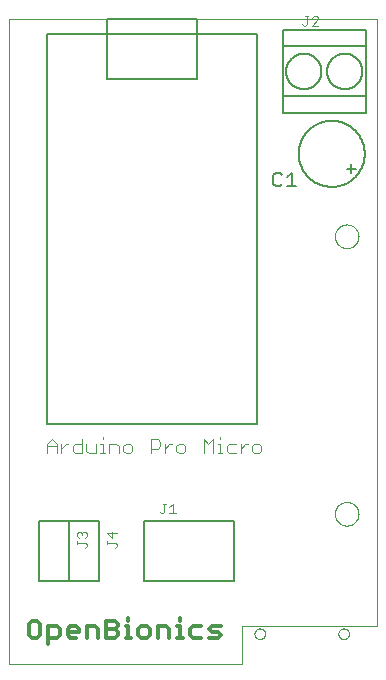
<source format=gto>
G75*
%MOIN*%
%OFA0B0*%
%FSLAX25Y25*%
%IPPOS*%
%LPD*%
%AMOC8*
5,1,8,0,0,1.08239X$1,22.5*
%
%ADD10C,0.00000*%
%ADD11C,0.01300*%
%ADD12C,0.00500*%
%ADD13C,0.00400*%
%ADD14C,0.00600*%
D10*
X0002200Y0006014D02*
X0079700Y0006014D01*
X0079700Y0018514D01*
X0124700Y0018514D01*
X0124700Y0221014D01*
X0124651Y0220974D02*
X0002200Y0220974D01*
X0002200Y0006014D01*
X0083952Y0016014D02*
X0083954Y0016098D01*
X0083960Y0016181D01*
X0083970Y0016264D01*
X0083984Y0016347D01*
X0084001Y0016429D01*
X0084023Y0016510D01*
X0084048Y0016589D01*
X0084077Y0016668D01*
X0084110Y0016745D01*
X0084146Y0016820D01*
X0084186Y0016894D01*
X0084229Y0016966D01*
X0084276Y0017035D01*
X0084326Y0017102D01*
X0084379Y0017167D01*
X0084435Y0017229D01*
X0084493Y0017289D01*
X0084555Y0017346D01*
X0084619Y0017399D01*
X0084686Y0017450D01*
X0084755Y0017497D01*
X0084826Y0017542D01*
X0084899Y0017582D01*
X0084974Y0017619D01*
X0085051Y0017653D01*
X0085129Y0017683D01*
X0085208Y0017709D01*
X0085289Y0017732D01*
X0085371Y0017750D01*
X0085453Y0017765D01*
X0085536Y0017776D01*
X0085619Y0017783D01*
X0085703Y0017786D01*
X0085787Y0017785D01*
X0085870Y0017780D01*
X0085954Y0017771D01*
X0086036Y0017758D01*
X0086118Y0017742D01*
X0086199Y0017721D01*
X0086280Y0017697D01*
X0086358Y0017669D01*
X0086436Y0017637D01*
X0086512Y0017601D01*
X0086586Y0017562D01*
X0086658Y0017520D01*
X0086728Y0017474D01*
X0086796Y0017425D01*
X0086861Y0017373D01*
X0086924Y0017318D01*
X0086984Y0017260D01*
X0087042Y0017199D01*
X0087096Y0017135D01*
X0087148Y0017069D01*
X0087196Y0017001D01*
X0087241Y0016930D01*
X0087282Y0016857D01*
X0087321Y0016783D01*
X0087355Y0016707D01*
X0087386Y0016629D01*
X0087413Y0016550D01*
X0087437Y0016469D01*
X0087456Y0016388D01*
X0087472Y0016306D01*
X0087484Y0016223D01*
X0087492Y0016139D01*
X0087496Y0016056D01*
X0087496Y0015972D01*
X0087492Y0015889D01*
X0087484Y0015805D01*
X0087472Y0015722D01*
X0087456Y0015640D01*
X0087437Y0015559D01*
X0087413Y0015478D01*
X0087386Y0015399D01*
X0087355Y0015321D01*
X0087321Y0015245D01*
X0087282Y0015171D01*
X0087241Y0015098D01*
X0087196Y0015027D01*
X0087148Y0014959D01*
X0087096Y0014893D01*
X0087042Y0014829D01*
X0086984Y0014768D01*
X0086924Y0014710D01*
X0086861Y0014655D01*
X0086796Y0014603D01*
X0086728Y0014554D01*
X0086658Y0014508D01*
X0086586Y0014466D01*
X0086512Y0014427D01*
X0086436Y0014391D01*
X0086358Y0014359D01*
X0086280Y0014331D01*
X0086199Y0014307D01*
X0086118Y0014286D01*
X0086036Y0014270D01*
X0085954Y0014257D01*
X0085870Y0014248D01*
X0085787Y0014243D01*
X0085703Y0014242D01*
X0085619Y0014245D01*
X0085536Y0014252D01*
X0085453Y0014263D01*
X0085371Y0014278D01*
X0085289Y0014296D01*
X0085208Y0014319D01*
X0085129Y0014345D01*
X0085051Y0014375D01*
X0084974Y0014409D01*
X0084899Y0014446D01*
X0084826Y0014486D01*
X0084755Y0014531D01*
X0084686Y0014578D01*
X0084619Y0014629D01*
X0084555Y0014682D01*
X0084493Y0014739D01*
X0084435Y0014799D01*
X0084379Y0014861D01*
X0084326Y0014926D01*
X0084276Y0014993D01*
X0084229Y0015062D01*
X0084186Y0015134D01*
X0084146Y0015208D01*
X0084110Y0015283D01*
X0084077Y0015360D01*
X0084048Y0015439D01*
X0084023Y0015518D01*
X0084001Y0015599D01*
X0083984Y0015681D01*
X0083970Y0015764D01*
X0083960Y0015847D01*
X0083954Y0015930D01*
X0083952Y0016014D01*
X0111904Y0016014D02*
X0111906Y0016098D01*
X0111912Y0016181D01*
X0111922Y0016264D01*
X0111936Y0016347D01*
X0111953Y0016429D01*
X0111975Y0016510D01*
X0112000Y0016589D01*
X0112029Y0016668D01*
X0112062Y0016745D01*
X0112098Y0016820D01*
X0112138Y0016894D01*
X0112181Y0016966D01*
X0112228Y0017035D01*
X0112278Y0017102D01*
X0112331Y0017167D01*
X0112387Y0017229D01*
X0112445Y0017289D01*
X0112507Y0017346D01*
X0112571Y0017399D01*
X0112638Y0017450D01*
X0112707Y0017497D01*
X0112778Y0017542D01*
X0112851Y0017582D01*
X0112926Y0017619D01*
X0113003Y0017653D01*
X0113081Y0017683D01*
X0113160Y0017709D01*
X0113241Y0017732D01*
X0113323Y0017750D01*
X0113405Y0017765D01*
X0113488Y0017776D01*
X0113571Y0017783D01*
X0113655Y0017786D01*
X0113739Y0017785D01*
X0113822Y0017780D01*
X0113906Y0017771D01*
X0113988Y0017758D01*
X0114070Y0017742D01*
X0114151Y0017721D01*
X0114232Y0017697D01*
X0114310Y0017669D01*
X0114388Y0017637D01*
X0114464Y0017601D01*
X0114538Y0017562D01*
X0114610Y0017520D01*
X0114680Y0017474D01*
X0114748Y0017425D01*
X0114813Y0017373D01*
X0114876Y0017318D01*
X0114936Y0017260D01*
X0114994Y0017199D01*
X0115048Y0017135D01*
X0115100Y0017069D01*
X0115148Y0017001D01*
X0115193Y0016930D01*
X0115234Y0016857D01*
X0115273Y0016783D01*
X0115307Y0016707D01*
X0115338Y0016629D01*
X0115365Y0016550D01*
X0115389Y0016469D01*
X0115408Y0016388D01*
X0115424Y0016306D01*
X0115436Y0016223D01*
X0115444Y0016139D01*
X0115448Y0016056D01*
X0115448Y0015972D01*
X0115444Y0015889D01*
X0115436Y0015805D01*
X0115424Y0015722D01*
X0115408Y0015640D01*
X0115389Y0015559D01*
X0115365Y0015478D01*
X0115338Y0015399D01*
X0115307Y0015321D01*
X0115273Y0015245D01*
X0115234Y0015171D01*
X0115193Y0015098D01*
X0115148Y0015027D01*
X0115100Y0014959D01*
X0115048Y0014893D01*
X0114994Y0014829D01*
X0114936Y0014768D01*
X0114876Y0014710D01*
X0114813Y0014655D01*
X0114748Y0014603D01*
X0114680Y0014554D01*
X0114610Y0014508D01*
X0114538Y0014466D01*
X0114464Y0014427D01*
X0114388Y0014391D01*
X0114310Y0014359D01*
X0114232Y0014331D01*
X0114151Y0014307D01*
X0114070Y0014286D01*
X0113988Y0014270D01*
X0113906Y0014257D01*
X0113822Y0014248D01*
X0113739Y0014243D01*
X0113655Y0014242D01*
X0113571Y0014245D01*
X0113488Y0014252D01*
X0113405Y0014263D01*
X0113323Y0014278D01*
X0113241Y0014296D01*
X0113160Y0014319D01*
X0113081Y0014345D01*
X0113003Y0014375D01*
X0112926Y0014409D01*
X0112851Y0014446D01*
X0112778Y0014486D01*
X0112707Y0014531D01*
X0112638Y0014578D01*
X0112571Y0014629D01*
X0112507Y0014682D01*
X0112445Y0014739D01*
X0112387Y0014799D01*
X0112331Y0014861D01*
X0112278Y0014926D01*
X0112228Y0014993D01*
X0112181Y0015062D01*
X0112138Y0015134D01*
X0112098Y0015208D01*
X0112062Y0015283D01*
X0112029Y0015360D01*
X0112000Y0015439D01*
X0111975Y0015518D01*
X0111953Y0015599D01*
X0111936Y0015681D01*
X0111922Y0015764D01*
X0111912Y0015847D01*
X0111906Y0015930D01*
X0111904Y0016014D01*
X0110763Y0056014D02*
X0110765Y0056139D01*
X0110771Y0056264D01*
X0110781Y0056388D01*
X0110795Y0056512D01*
X0110812Y0056636D01*
X0110834Y0056759D01*
X0110860Y0056881D01*
X0110889Y0057003D01*
X0110922Y0057123D01*
X0110960Y0057242D01*
X0111000Y0057361D01*
X0111045Y0057477D01*
X0111093Y0057592D01*
X0111145Y0057706D01*
X0111201Y0057818D01*
X0111260Y0057928D01*
X0111322Y0058036D01*
X0111388Y0058143D01*
X0111457Y0058247D01*
X0111530Y0058348D01*
X0111605Y0058448D01*
X0111684Y0058545D01*
X0111766Y0058639D01*
X0111851Y0058731D01*
X0111938Y0058820D01*
X0112029Y0058906D01*
X0112122Y0058989D01*
X0112218Y0059070D01*
X0112316Y0059147D01*
X0112416Y0059221D01*
X0112519Y0059292D01*
X0112624Y0059359D01*
X0112732Y0059424D01*
X0112841Y0059484D01*
X0112952Y0059542D01*
X0113065Y0059595D01*
X0113179Y0059645D01*
X0113295Y0059692D01*
X0113412Y0059734D01*
X0113531Y0059773D01*
X0113651Y0059809D01*
X0113772Y0059840D01*
X0113894Y0059868D01*
X0114016Y0059891D01*
X0114140Y0059911D01*
X0114264Y0059927D01*
X0114388Y0059939D01*
X0114513Y0059947D01*
X0114638Y0059951D01*
X0114762Y0059951D01*
X0114887Y0059947D01*
X0115012Y0059939D01*
X0115136Y0059927D01*
X0115260Y0059911D01*
X0115384Y0059891D01*
X0115506Y0059868D01*
X0115628Y0059840D01*
X0115749Y0059809D01*
X0115869Y0059773D01*
X0115988Y0059734D01*
X0116105Y0059692D01*
X0116221Y0059645D01*
X0116335Y0059595D01*
X0116448Y0059542D01*
X0116559Y0059484D01*
X0116669Y0059424D01*
X0116776Y0059359D01*
X0116881Y0059292D01*
X0116984Y0059221D01*
X0117084Y0059147D01*
X0117182Y0059070D01*
X0117278Y0058989D01*
X0117371Y0058906D01*
X0117462Y0058820D01*
X0117549Y0058731D01*
X0117634Y0058639D01*
X0117716Y0058545D01*
X0117795Y0058448D01*
X0117870Y0058348D01*
X0117943Y0058247D01*
X0118012Y0058143D01*
X0118078Y0058036D01*
X0118140Y0057928D01*
X0118199Y0057818D01*
X0118255Y0057706D01*
X0118307Y0057592D01*
X0118355Y0057477D01*
X0118400Y0057361D01*
X0118440Y0057242D01*
X0118478Y0057123D01*
X0118511Y0057003D01*
X0118540Y0056881D01*
X0118566Y0056759D01*
X0118588Y0056636D01*
X0118605Y0056512D01*
X0118619Y0056388D01*
X0118629Y0056264D01*
X0118635Y0056139D01*
X0118637Y0056014D01*
X0118635Y0055889D01*
X0118629Y0055764D01*
X0118619Y0055640D01*
X0118605Y0055516D01*
X0118588Y0055392D01*
X0118566Y0055269D01*
X0118540Y0055147D01*
X0118511Y0055025D01*
X0118478Y0054905D01*
X0118440Y0054786D01*
X0118400Y0054667D01*
X0118355Y0054551D01*
X0118307Y0054436D01*
X0118255Y0054322D01*
X0118199Y0054210D01*
X0118140Y0054100D01*
X0118078Y0053992D01*
X0118012Y0053885D01*
X0117943Y0053781D01*
X0117870Y0053680D01*
X0117795Y0053580D01*
X0117716Y0053483D01*
X0117634Y0053389D01*
X0117549Y0053297D01*
X0117462Y0053208D01*
X0117371Y0053122D01*
X0117278Y0053039D01*
X0117182Y0052958D01*
X0117084Y0052881D01*
X0116984Y0052807D01*
X0116881Y0052736D01*
X0116776Y0052669D01*
X0116668Y0052604D01*
X0116559Y0052544D01*
X0116448Y0052486D01*
X0116335Y0052433D01*
X0116221Y0052383D01*
X0116105Y0052336D01*
X0115988Y0052294D01*
X0115869Y0052255D01*
X0115749Y0052219D01*
X0115628Y0052188D01*
X0115506Y0052160D01*
X0115384Y0052137D01*
X0115260Y0052117D01*
X0115136Y0052101D01*
X0115012Y0052089D01*
X0114887Y0052081D01*
X0114762Y0052077D01*
X0114638Y0052077D01*
X0114513Y0052081D01*
X0114388Y0052089D01*
X0114264Y0052101D01*
X0114140Y0052117D01*
X0114016Y0052137D01*
X0113894Y0052160D01*
X0113772Y0052188D01*
X0113651Y0052219D01*
X0113531Y0052255D01*
X0113412Y0052294D01*
X0113295Y0052336D01*
X0113179Y0052383D01*
X0113065Y0052433D01*
X0112952Y0052486D01*
X0112841Y0052544D01*
X0112731Y0052604D01*
X0112624Y0052669D01*
X0112519Y0052736D01*
X0112416Y0052807D01*
X0112316Y0052881D01*
X0112218Y0052958D01*
X0112122Y0053039D01*
X0112029Y0053122D01*
X0111938Y0053208D01*
X0111851Y0053297D01*
X0111766Y0053389D01*
X0111684Y0053483D01*
X0111605Y0053580D01*
X0111530Y0053680D01*
X0111457Y0053781D01*
X0111388Y0053885D01*
X0111322Y0053992D01*
X0111260Y0054100D01*
X0111201Y0054210D01*
X0111145Y0054322D01*
X0111093Y0054436D01*
X0111045Y0054551D01*
X0111000Y0054667D01*
X0110960Y0054786D01*
X0110922Y0054905D01*
X0110889Y0055025D01*
X0110860Y0055147D01*
X0110834Y0055269D01*
X0110812Y0055392D01*
X0110795Y0055516D01*
X0110781Y0055640D01*
X0110771Y0055764D01*
X0110765Y0055889D01*
X0110763Y0056014D01*
X0110763Y0148514D02*
X0110765Y0148639D01*
X0110771Y0148764D01*
X0110781Y0148888D01*
X0110795Y0149012D01*
X0110812Y0149136D01*
X0110834Y0149259D01*
X0110860Y0149381D01*
X0110889Y0149503D01*
X0110922Y0149623D01*
X0110960Y0149742D01*
X0111000Y0149861D01*
X0111045Y0149977D01*
X0111093Y0150092D01*
X0111145Y0150206D01*
X0111201Y0150318D01*
X0111260Y0150428D01*
X0111322Y0150536D01*
X0111388Y0150643D01*
X0111457Y0150747D01*
X0111530Y0150848D01*
X0111605Y0150948D01*
X0111684Y0151045D01*
X0111766Y0151139D01*
X0111851Y0151231D01*
X0111938Y0151320D01*
X0112029Y0151406D01*
X0112122Y0151489D01*
X0112218Y0151570D01*
X0112316Y0151647D01*
X0112416Y0151721D01*
X0112519Y0151792D01*
X0112624Y0151859D01*
X0112732Y0151924D01*
X0112841Y0151984D01*
X0112952Y0152042D01*
X0113065Y0152095D01*
X0113179Y0152145D01*
X0113295Y0152192D01*
X0113412Y0152234D01*
X0113531Y0152273D01*
X0113651Y0152309D01*
X0113772Y0152340D01*
X0113894Y0152368D01*
X0114016Y0152391D01*
X0114140Y0152411D01*
X0114264Y0152427D01*
X0114388Y0152439D01*
X0114513Y0152447D01*
X0114638Y0152451D01*
X0114762Y0152451D01*
X0114887Y0152447D01*
X0115012Y0152439D01*
X0115136Y0152427D01*
X0115260Y0152411D01*
X0115384Y0152391D01*
X0115506Y0152368D01*
X0115628Y0152340D01*
X0115749Y0152309D01*
X0115869Y0152273D01*
X0115988Y0152234D01*
X0116105Y0152192D01*
X0116221Y0152145D01*
X0116335Y0152095D01*
X0116448Y0152042D01*
X0116559Y0151984D01*
X0116669Y0151924D01*
X0116776Y0151859D01*
X0116881Y0151792D01*
X0116984Y0151721D01*
X0117084Y0151647D01*
X0117182Y0151570D01*
X0117278Y0151489D01*
X0117371Y0151406D01*
X0117462Y0151320D01*
X0117549Y0151231D01*
X0117634Y0151139D01*
X0117716Y0151045D01*
X0117795Y0150948D01*
X0117870Y0150848D01*
X0117943Y0150747D01*
X0118012Y0150643D01*
X0118078Y0150536D01*
X0118140Y0150428D01*
X0118199Y0150318D01*
X0118255Y0150206D01*
X0118307Y0150092D01*
X0118355Y0149977D01*
X0118400Y0149861D01*
X0118440Y0149742D01*
X0118478Y0149623D01*
X0118511Y0149503D01*
X0118540Y0149381D01*
X0118566Y0149259D01*
X0118588Y0149136D01*
X0118605Y0149012D01*
X0118619Y0148888D01*
X0118629Y0148764D01*
X0118635Y0148639D01*
X0118637Y0148514D01*
X0118635Y0148389D01*
X0118629Y0148264D01*
X0118619Y0148140D01*
X0118605Y0148016D01*
X0118588Y0147892D01*
X0118566Y0147769D01*
X0118540Y0147647D01*
X0118511Y0147525D01*
X0118478Y0147405D01*
X0118440Y0147286D01*
X0118400Y0147167D01*
X0118355Y0147051D01*
X0118307Y0146936D01*
X0118255Y0146822D01*
X0118199Y0146710D01*
X0118140Y0146600D01*
X0118078Y0146492D01*
X0118012Y0146385D01*
X0117943Y0146281D01*
X0117870Y0146180D01*
X0117795Y0146080D01*
X0117716Y0145983D01*
X0117634Y0145889D01*
X0117549Y0145797D01*
X0117462Y0145708D01*
X0117371Y0145622D01*
X0117278Y0145539D01*
X0117182Y0145458D01*
X0117084Y0145381D01*
X0116984Y0145307D01*
X0116881Y0145236D01*
X0116776Y0145169D01*
X0116668Y0145104D01*
X0116559Y0145044D01*
X0116448Y0144986D01*
X0116335Y0144933D01*
X0116221Y0144883D01*
X0116105Y0144836D01*
X0115988Y0144794D01*
X0115869Y0144755D01*
X0115749Y0144719D01*
X0115628Y0144688D01*
X0115506Y0144660D01*
X0115384Y0144637D01*
X0115260Y0144617D01*
X0115136Y0144601D01*
X0115012Y0144589D01*
X0114887Y0144581D01*
X0114762Y0144577D01*
X0114638Y0144577D01*
X0114513Y0144581D01*
X0114388Y0144589D01*
X0114264Y0144601D01*
X0114140Y0144617D01*
X0114016Y0144637D01*
X0113894Y0144660D01*
X0113772Y0144688D01*
X0113651Y0144719D01*
X0113531Y0144755D01*
X0113412Y0144794D01*
X0113295Y0144836D01*
X0113179Y0144883D01*
X0113065Y0144933D01*
X0112952Y0144986D01*
X0112841Y0145044D01*
X0112731Y0145104D01*
X0112624Y0145169D01*
X0112519Y0145236D01*
X0112416Y0145307D01*
X0112316Y0145381D01*
X0112218Y0145458D01*
X0112122Y0145539D01*
X0112029Y0145622D01*
X0111938Y0145708D01*
X0111851Y0145797D01*
X0111766Y0145889D01*
X0111684Y0145983D01*
X0111605Y0146080D01*
X0111530Y0146180D01*
X0111457Y0146281D01*
X0111388Y0146385D01*
X0111322Y0146492D01*
X0111260Y0146600D01*
X0111201Y0146710D01*
X0111145Y0146822D01*
X0111093Y0146936D01*
X0111045Y0147051D01*
X0111000Y0147167D01*
X0110960Y0147286D01*
X0110922Y0147405D01*
X0110889Y0147525D01*
X0110860Y0147647D01*
X0110834Y0147769D01*
X0110812Y0147892D01*
X0110795Y0148016D01*
X0110781Y0148140D01*
X0110771Y0148264D01*
X0110765Y0148389D01*
X0110763Y0148514D01*
D11*
X0059113Y0021319D02*
X0059113Y0020369D01*
X0059113Y0018467D02*
X0058162Y0018467D01*
X0059113Y0018467D02*
X0059113Y0014664D01*
X0058162Y0014664D02*
X0060064Y0014664D01*
X0062459Y0015615D02*
X0063410Y0014664D01*
X0066262Y0014664D01*
X0068904Y0014664D02*
X0071757Y0014664D01*
X0072708Y0015615D01*
X0071757Y0016565D01*
X0069855Y0016565D01*
X0068904Y0017516D01*
X0069855Y0018467D01*
X0072708Y0018467D01*
X0066262Y0018467D02*
X0063410Y0018467D01*
X0062459Y0017516D01*
X0062459Y0015615D01*
X0055520Y0014664D02*
X0055520Y0017516D01*
X0054569Y0018467D01*
X0051716Y0018467D01*
X0051716Y0014664D01*
X0049074Y0015615D02*
X0049074Y0017516D01*
X0048123Y0018467D01*
X0046222Y0018467D01*
X0045271Y0017516D01*
X0045271Y0015615D01*
X0046222Y0014664D01*
X0048123Y0014664D01*
X0049074Y0015615D01*
X0042876Y0014664D02*
X0040974Y0014664D01*
X0041925Y0014664D02*
X0041925Y0018467D01*
X0040974Y0018467D01*
X0041925Y0020369D02*
X0041925Y0021319D01*
X0038332Y0019418D02*
X0038332Y0018467D01*
X0037381Y0017516D01*
X0034528Y0017516D01*
X0031886Y0017516D02*
X0031886Y0014664D01*
X0034528Y0014664D02*
X0037381Y0014664D01*
X0038332Y0015615D01*
X0038332Y0016565D01*
X0037381Y0017516D01*
X0038332Y0019418D02*
X0037381Y0020369D01*
X0034528Y0020369D01*
X0034528Y0014664D01*
X0031886Y0017516D02*
X0030935Y0018467D01*
X0028083Y0018467D01*
X0028083Y0014664D01*
X0025441Y0016565D02*
X0021637Y0016565D01*
X0021637Y0015615D02*
X0021637Y0017516D01*
X0022588Y0018467D01*
X0024490Y0018467D01*
X0025441Y0017516D01*
X0025441Y0016565D01*
X0024490Y0014664D02*
X0022588Y0014664D01*
X0021637Y0015615D01*
X0018995Y0015615D02*
X0018044Y0014664D01*
X0015192Y0014664D01*
X0015192Y0012762D02*
X0015192Y0018467D01*
X0018044Y0018467D01*
X0018995Y0017516D01*
X0018995Y0015615D01*
X0012550Y0015615D02*
X0012550Y0019418D01*
X0011599Y0020369D01*
X0009697Y0020369D01*
X0008746Y0019418D01*
X0008746Y0015615D01*
X0009697Y0014664D01*
X0011599Y0014664D01*
X0012550Y0015615D01*
D12*
X0012200Y0033514D02*
X0012200Y0053514D01*
X0022200Y0053514D01*
X0032200Y0053514D01*
X0032200Y0033514D01*
X0022200Y0033514D01*
X0022200Y0053514D01*
X0022200Y0033514D01*
X0012200Y0033514D01*
X0047200Y0033514D02*
X0047200Y0053514D01*
X0077200Y0053514D01*
X0077200Y0033514D01*
X0047200Y0033514D01*
X0014700Y0086014D02*
X0014700Y0216014D01*
X0084700Y0216014D01*
X0084700Y0086014D01*
X0014700Y0086014D01*
X0090993Y0165264D02*
X0090242Y0166014D01*
X0090242Y0169017D01*
X0090993Y0169768D01*
X0092494Y0169768D01*
X0093245Y0169017D01*
X0094846Y0168266D02*
X0096347Y0169768D01*
X0096347Y0165264D01*
X0094846Y0165264D02*
X0097849Y0165264D01*
X0093245Y0166014D02*
X0092494Y0165264D01*
X0090993Y0165264D01*
X0093420Y0189734D02*
X0093420Y0195246D01*
X0120980Y0195246D01*
X0120980Y0189734D01*
X0093420Y0189734D01*
X0093420Y0195246D02*
X0093420Y0211781D01*
X0120980Y0211781D01*
X0120980Y0195246D01*
X0108105Y0203514D02*
X0108107Y0203667D01*
X0108113Y0203821D01*
X0108123Y0203974D01*
X0108137Y0204126D01*
X0108155Y0204279D01*
X0108177Y0204430D01*
X0108202Y0204581D01*
X0108232Y0204732D01*
X0108266Y0204882D01*
X0108303Y0205030D01*
X0108344Y0205178D01*
X0108389Y0205324D01*
X0108438Y0205470D01*
X0108491Y0205614D01*
X0108547Y0205756D01*
X0108607Y0205897D01*
X0108671Y0206037D01*
X0108738Y0206175D01*
X0108809Y0206311D01*
X0108884Y0206445D01*
X0108961Y0206577D01*
X0109043Y0206707D01*
X0109127Y0206835D01*
X0109215Y0206961D01*
X0109306Y0207084D01*
X0109400Y0207205D01*
X0109498Y0207323D01*
X0109598Y0207439D01*
X0109702Y0207552D01*
X0109808Y0207663D01*
X0109917Y0207771D01*
X0110029Y0207876D01*
X0110143Y0207977D01*
X0110261Y0208076D01*
X0110380Y0208172D01*
X0110502Y0208265D01*
X0110627Y0208354D01*
X0110754Y0208441D01*
X0110883Y0208523D01*
X0111014Y0208603D01*
X0111147Y0208679D01*
X0111282Y0208752D01*
X0111419Y0208821D01*
X0111558Y0208886D01*
X0111698Y0208948D01*
X0111840Y0209006D01*
X0111983Y0209061D01*
X0112128Y0209112D01*
X0112274Y0209159D01*
X0112421Y0209202D01*
X0112569Y0209241D01*
X0112718Y0209277D01*
X0112868Y0209308D01*
X0113019Y0209336D01*
X0113170Y0209360D01*
X0113323Y0209380D01*
X0113475Y0209396D01*
X0113628Y0209408D01*
X0113781Y0209416D01*
X0113934Y0209420D01*
X0114088Y0209420D01*
X0114241Y0209416D01*
X0114394Y0209408D01*
X0114547Y0209396D01*
X0114699Y0209380D01*
X0114852Y0209360D01*
X0115003Y0209336D01*
X0115154Y0209308D01*
X0115304Y0209277D01*
X0115453Y0209241D01*
X0115601Y0209202D01*
X0115748Y0209159D01*
X0115894Y0209112D01*
X0116039Y0209061D01*
X0116182Y0209006D01*
X0116324Y0208948D01*
X0116464Y0208886D01*
X0116603Y0208821D01*
X0116740Y0208752D01*
X0116875Y0208679D01*
X0117008Y0208603D01*
X0117139Y0208523D01*
X0117268Y0208441D01*
X0117395Y0208354D01*
X0117520Y0208265D01*
X0117642Y0208172D01*
X0117761Y0208076D01*
X0117879Y0207977D01*
X0117993Y0207876D01*
X0118105Y0207771D01*
X0118214Y0207663D01*
X0118320Y0207552D01*
X0118424Y0207439D01*
X0118524Y0207323D01*
X0118622Y0207205D01*
X0118716Y0207084D01*
X0118807Y0206961D01*
X0118895Y0206835D01*
X0118979Y0206707D01*
X0119061Y0206577D01*
X0119138Y0206445D01*
X0119213Y0206311D01*
X0119284Y0206175D01*
X0119351Y0206037D01*
X0119415Y0205897D01*
X0119475Y0205756D01*
X0119531Y0205614D01*
X0119584Y0205470D01*
X0119633Y0205324D01*
X0119678Y0205178D01*
X0119719Y0205030D01*
X0119756Y0204882D01*
X0119790Y0204732D01*
X0119820Y0204581D01*
X0119845Y0204430D01*
X0119867Y0204279D01*
X0119885Y0204126D01*
X0119899Y0203974D01*
X0119909Y0203821D01*
X0119915Y0203667D01*
X0119917Y0203514D01*
X0119915Y0203361D01*
X0119909Y0203207D01*
X0119899Y0203054D01*
X0119885Y0202902D01*
X0119867Y0202749D01*
X0119845Y0202598D01*
X0119820Y0202447D01*
X0119790Y0202296D01*
X0119756Y0202146D01*
X0119719Y0201998D01*
X0119678Y0201850D01*
X0119633Y0201704D01*
X0119584Y0201558D01*
X0119531Y0201414D01*
X0119475Y0201272D01*
X0119415Y0201131D01*
X0119351Y0200991D01*
X0119284Y0200853D01*
X0119213Y0200717D01*
X0119138Y0200583D01*
X0119061Y0200451D01*
X0118979Y0200321D01*
X0118895Y0200193D01*
X0118807Y0200067D01*
X0118716Y0199944D01*
X0118622Y0199823D01*
X0118524Y0199705D01*
X0118424Y0199589D01*
X0118320Y0199476D01*
X0118214Y0199365D01*
X0118105Y0199257D01*
X0117993Y0199152D01*
X0117879Y0199051D01*
X0117761Y0198952D01*
X0117642Y0198856D01*
X0117520Y0198763D01*
X0117395Y0198674D01*
X0117268Y0198587D01*
X0117139Y0198505D01*
X0117008Y0198425D01*
X0116875Y0198349D01*
X0116740Y0198276D01*
X0116603Y0198207D01*
X0116464Y0198142D01*
X0116324Y0198080D01*
X0116182Y0198022D01*
X0116039Y0197967D01*
X0115894Y0197916D01*
X0115748Y0197869D01*
X0115601Y0197826D01*
X0115453Y0197787D01*
X0115304Y0197751D01*
X0115154Y0197720D01*
X0115003Y0197692D01*
X0114852Y0197668D01*
X0114699Y0197648D01*
X0114547Y0197632D01*
X0114394Y0197620D01*
X0114241Y0197612D01*
X0114088Y0197608D01*
X0113934Y0197608D01*
X0113781Y0197612D01*
X0113628Y0197620D01*
X0113475Y0197632D01*
X0113323Y0197648D01*
X0113170Y0197668D01*
X0113019Y0197692D01*
X0112868Y0197720D01*
X0112718Y0197751D01*
X0112569Y0197787D01*
X0112421Y0197826D01*
X0112274Y0197869D01*
X0112128Y0197916D01*
X0111983Y0197967D01*
X0111840Y0198022D01*
X0111698Y0198080D01*
X0111558Y0198142D01*
X0111419Y0198207D01*
X0111282Y0198276D01*
X0111147Y0198349D01*
X0111014Y0198425D01*
X0110883Y0198505D01*
X0110754Y0198587D01*
X0110627Y0198674D01*
X0110502Y0198763D01*
X0110380Y0198856D01*
X0110261Y0198952D01*
X0110143Y0199051D01*
X0110029Y0199152D01*
X0109917Y0199257D01*
X0109808Y0199365D01*
X0109702Y0199476D01*
X0109598Y0199589D01*
X0109498Y0199705D01*
X0109400Y0199823D01*
X0109306Y0199944D01*
X0109215Y0200067D01*
X0109127Y0200193D01*
X0109043Y0200321D01*
X0108961Y0200451D01*
X0108884Y0200583D01*
X0108809Y0200717D01*
X0108738Y0200853D01*
X0108671Y0200991D01*
X0108607Y0201131D01*
X0108547Y0201272D01*
X0108491Y0201414D01*
X0108438Y0201558D01*
X0108389Y0201704D01*
X0108344Y0201850D01*
X0108303Y0201998D01*
X0108266Y0202146D01*
X0108232Y0202296D01*
X0108202Y0202447D01*
X0108177Y0202598D01*
X0108155Y0202749D01*
X0108137Y0202902D01*
X0108123Y0203054D01*
X0108113Y0203207D01*
X0108107Y0203361D01*
X0108105Y0203514D01*
X0094483Y0203514D02*
X0094485Y0203667D01*
X0094491Y0203821D01*
X0094501Y0203974D01*
X0094515Y0204126D01*
X0094533Y0204279D01*
X0094555Y0204430D01*
X0094580Y0204581D01*
X0094610Y0204732D01*
X0094644Y0204882D01*
X0094681Y0205030D01*
X0094722Y0205178D01*
X0094767Y0205324D01*
X0094816Y0205470D01*
X0094869Y0205614D01*
X0094925Y0205756D01*
X0094985Y0205897D01*
X0095049Y0206037D01*
X0095116Y0206175D01*
X0095187Y0206311D01*
X0095262Y0206445D01*
X0095339Y0206577D01*
X0095421Y0206707D01*
X0095505Y0206835D01*
X0095593Y0206961D01*
X0095684Y0207084D01*
X0095778Y0207205D01*
X0095876Y0207323D01*
X0095976Y0207439D01*
X0096080Y0207552D01*
X0096186Y0207663D01*
X0096295Y0207771D01*
X0096407Y0207876D01*
X0096521Y0207977D01*
X0096639Y0208076D01*
X0096758Y0208172D01*
X0096880Y0208265D01*
X0097005Y0208354D01*
X0097132Y0208441D01*
X0097261Y0208523D01*
X0097392Y0208603D01*
X0097525Y0208679D01*
X0097660Y0208752D01*
X0097797Y0208821D01*
X0097936Y0208886D01*
X0098076Y0208948D01*
X0098218Y0209006D01*
X0098361Y0209061D01*
X0098506Y0209112D01*
X0098652Y0209159D01*
X0098799Y0209202D01*
X0098947Y0209241D01*
X0099096Y0209277D01*
X0099246Y0209308D01*
X0099397Y0209336D01*
X0099548Y0209360D01*
X0099701Y0209380D01*
X0099853Y0209396D01*
X0100006Y0209408D01*
X0100159Y0209416D01*
X0100312Y0209420D01*
X0100466Y0209420D01*
X0100619Y0209416D01*
X0100772Y0209408D01*
X0100925Y0209396D01*
X0101077Y0209380D01*
X0101230Y0209360D01*
X0101381Y0209336D01*
X0101532Y0209308D01*
X0101682Y0209277D01*
X0101831Y0209241D01*
X0101979Y0209202D01*
X0102126Y0209159D01*
X0102272Y0209112D01*
X0102417Y0209061D01*
X0102560Y0209006D01*
X0102702Y0208948D01*
X0102842Y0208886D01*
X0102981Y0208821D01*
X0103118Y0208752D01*
X0103253Y0208679D01*
X0103386Y0208603D01*
X0103517Y0208523D01*
X0103646Y0208441D01*
X0103773Y0208354D01*
X0103898Y0208265D01*
X0104020Y0208172D01*
X0104139Y0208076D01*
X0104257Y0207977D01*
X0104371Y0207876D01*
X0104483Y0207771D01*
X0104592Y0207663D01*
X0104698Y0207552D01*
X0104802Y0207439D01*
X0104902Y0207323D01*
X0105000Y0207205D01*
X0105094Y0207084D01*
X0105185Y0206961D01*
X0105273Y0206835D01*
X0105357Y0206707D01*
X0105439Y0206577D01*
X0105516Y0206445D01*
X0105591Y0206311D01*
X0105662Y0206175D01*
X0105729Y0206037D01*
X0105793Y0205897D01*
X0105853Y0205756D01*
X0105909Y0205614D01*
X0105962Y0205470D01*
X0106011Y0205324D01*
X0106056Y0205178D01*
X0106097Y0205030D01*
X0106134Y0204882D01*
X0106168Y0204732D01*
X0106198Y0204581D01*
X0106223Y0204430D01*
X0106245Y0204279D01*
X0106263Y0204126D01*
X0106277Y0203974D01*
X0106287Y0203821D01*
X0106293Y0203667D01*
X0106295Y0203514D01*
X0106293Y0203361D01*
X0106287Y0203207D01*
X0106277Y0203054D01*
X0106263Y0202902D01*
X0106245Y0202749D01*
X0106223Y0202598D01*
X0106198Y0202447D01*
X0106168Y0202296D01*
X0106134Y0202146D01*
X0106097Y0201998D01*
X0106056Y0201850D01*
X0106011Y0201704D01*
X0105962Y0201558D01*
X0105909Y0201414D01*
X0105853Y0201272D01*
X0105793Y0201131D01*
X0105729Y0200991D01*
X0105662Y0200853D01*
X0105591Y0200717D01*
X0105516Y0200583D01*
X0105439Y0200451D01*
X0105357Y0200321D01*
X0105273Y0200193D01*
X0105185Y0200067D01*
X0105094Y0199944D01*
X0105000Y0199823D01*
X0104902Y0199705D01*
X0104802Y0199589D01*
X0104698Y0199476D01*
X0104592Y0199365D01*
X0104483Y0199257D01*
X0104371Y0199152D01*
X0104257Y0199051D01*
X0104139Y0198952D01*
X0104020Y0198856D01*
X0103898Y0198763D01*
X0103773Y0198674D01*
X0103646Y0198587D01*
X0103517Y0198505D01*
X0103386Y0198425D01*
X0103253Y0198349D01*
X0103118Y0198276D01*
X0102981Y0198207D01*
X0102842Y0198142D01*
X0102702Y0198080D01*
X0102560Y0198022D01*
X0102417Y0197967D01*
X0102272Y0197916D01*
X0102126Y0197869D01*
X0101979Y0197826D01*
X0101831Y0197787D01*
X0101682Y0197751D01*
X0101532Y0197720D01*
X0101381Y0197692D01*
X0101230Y0197668D01*
X0101077Y0197648D01*
X0100925Y0197632D01*
X0100772Y0197620D01*
X0100619Y0197612D01*
X0100466Y0197608D01*
X0100312Y0197608D01*
X0100159Y0197612D01*
X0100006Y0197620D01*
X0099853Y0197632D01*
X0099701Y0197648D01*
X0099548Y0197668D01*
X0099397Y0197692D01*
X0099246Y0197720D01*
X0099096Y0197751D01*
X0098947Y0197787D01*
X0098799Y0197826D01*
X0098652Y0197869D01*
X0098506Y0197916D01*
X0098361Y0197967D01*
X0098218Y0198022D01*
X0098076Y0198080D01*
X0097936Y0198142D01*
X0097797Y0198207D01*
X0097660Y0198276D01*
X0097525Y0198349D01*
X0097392Y0198425D01*
X0097261Y0198505D01*
X0097132Y0198587D01*
X0097005Y0198674D01*
X0096880Y0198763D01*
X0096758Y0198856D01*
X0096639Y0198952D01*
X0096521Y0199051D01*
X0096407Y0199152D01*
X0096295Y0199257D01*
X0096186Y0199365D01*
X0096080Y0199476D01*
X0095976Y0199589D01*
X0095876Y0199705D01*
X0095778Y0199823D01*
X0095684Y0199944D01*
X0095593Y0200067D01*
X0095505Y0200193D01*
X0095421Y0200321D01*
X0095339Y0200451D01*
X0095262Y0200583D01*
X0095187Y0200717D01*
X0095116Y0200853D01*
X0095049Y0200991D01*
X0094985Y0201131D01*
X0094925Y0201272D01*
X0094869Y0201414D01*
X0094816Y0201558D01*
X0094767Y0201704D01*
X0094722Y0201850D01*
X0094681Y0201998D01*
X0094644Y0202146D01*
X0094610Y0202296D01*
X0094580Y0202447D01*
X0094555Y0202598D01*
X0094533Y0202749D01*
X0094515Y0202902D01*
X0094501Y0203054D01*
X0094491Y0203207D01*
X0094485Y0203361D01*
X0094483Y0203514D01*
X0093420Y0211781D02*
X0093420Y0217293D01*
X0120980Y0217293D01*
X0120980Y0211781D01*
X0064700Y0221014D02*
X0064700Y0201014D01*
X0034700Y0201014D01*
X0034700Y0221014D01*
X0064700Y0221014D01*
D13*
X0099900Y0219231D02*
X0100417Y0218714D01*
X0100934Y0218714D01*
X0101451Y0219231D01*
X0101451Y0221816D01*
X0100934Y0221816D02*
X0101968Y0221816D01*
X0103123Y0221299D02*
X0103640Y0221816D01*
X0104674Y0221816D01*
X0105191Y0221299D01*
X0105191Y0220782D01*
X0103123Y0218714D01*
X0105191Y0218714D01*
X0072449Y0081585D02*
X0072449Y0080818D01*
X0072449Y0079283D02*
X0071682Y0079283D01*
X0072449Y0079283D02*
X0072449Y0076214D01*
X0071682Y0076214D02*
X0073216Y0076214D01*
X0074751Y0076981D02*
X0075518Y0076214D01*
X0077820Y0076214D01*
X0079355Y0076214D02*
X0079355Y0079283D01*
X0079355Y0077748D02*
X0080890Y0079283D01*
X0081657Y0079283D01*
X0083192Y0078516D02*
X0083192Y0076981D01*
X0083959Y0076214D01*
X0085493Y0076214D01*
X0086261Y0076981D01*
X0086261Y0078516D01*
X0085493Y0079283D01*
X0083959Y0079283D01*
X0083192Y0078516D01*
X0077820Y0079283D02*
X0075518Y0079283D01*
X0074751Y0078516D01*
X0074751Y0076981D01*
X0070147Y0076214D02*
X0070147Y0080818D01*
X0068612Y0079283D01*
X0067078Y0080818D01*
X0067078Y0076214D01*
X0060939Y0076981D02*
X0060939Y0078516D01*
X0060172Y0079283D01*
X0058637Y0079283D01*
X0057870Y0078516D01*
X0057870Y0076981D01*
X0058637Y0076214D01*
X0060172Y0076214D01*
X0060939Y0076981D01*
X0056335Y0079283D02*
X0055568Y0079283D01*
X0054033Y0077748D01*
X0054033Y0076214D02*
X0054033Y0079283D01*
X0052499Y0078516D02*
X0051731Y0077748D01*
X0049429Y0077748D01*
X0049429Y0076214D02*
X0049429Y0080818D01*
X0051731Y0080818D01*
X0052499Y0080050D01*
X0052499Y0078516D01*
X0043291Y0078516D02*
X0043291Y0076981D01*
X0042524Y0076214D01*
X0040989Y0076214D01*
X0040222Y0076981D01*
X0040222Y0078516D01*
X0040989Y0079283D01*
X0042524Y0079283D01*
X0043291Y0078516D01*
X0038687Y0078516D02*
X0038687Y0076214D01*
X0038687Y0078516D02*
X0037920Y0079283D01*
X0035618Y0079283D01*
X0035618Y0076214D01*
X0034083Y0076214D02*
X0032548Y0076214D01*
X0033316Y0076214D02*
X0033316Y0079283D01*
X0032548Y0079283D01*
X0031014Y0079283D02*
X0031014Y0076214D01*
X0028712Y0076214D01*
X0027944Y0076981D01*
X0027944Y0079283D01*
X0026410Y0079283D02*
X0024108Y0079283D01*
X0023341Y0078516D01*
X0023341Y0076981D01*
X0024108Y0076214D01*
X0026410Y0076214D01*
X0026410Y0080818D01*
X0021806Y0079283D02*
X0021039Y0079283D01*
X0019504Y0077748D01*
X0019504Y0076214D02*
X0019504Y0079283D01*
X0017969Y0079283D02*
X0017969Y0076214D01*
X0017969Y0078516D02*
X0014900Y0078516D01*
X0014900Y0079283D02*
X0016435Y0080818D01*
X0017969Y0079283D01*
X0014900Y0079283D02*
X0014900Y0076214D01*
X0033316Y0080818D02*
X0033316Y0081585D01*
X0052400Y0056731D02*
X0052917Y0056214D01*
X0053434Y0056214D01*
X0053951Y0056731D01*
X0053951Y0059316D01*
X0053434Y0059316D02*
X0054468Y0059316D01*
X0055623Y0058282D02*
X0056657Y0059316D01*
X0056657Y0056214D01*
X0055623Y0056214D02*
X0057691Y0056214D01*
X0038000Y0049542D02*
X0034897Y0049542D01*
X0036449Y0047991D01*
X0036449Y0050059D01*
X0034897Y0046837D02*
X0034897Y0045802D01*
X0034897Y0046320D02*
X0037483Y0046320D01*
X0038000Y0045802D01*
X0038000Y0045285D01*
X0037483Y0044768D01*
X0028000Y0045285D02*
X0027483Y0044768D01*
X0028000Y0045285D02*
X0028000Y0045802D01*
X0027483Y0046320D01*
X0024897Y0046320D01*
X0024897Y0046837D02*
X0024897Y0045802D01*
X0025414Y0047991D02*
X0024897Y0048508D01*
X0024897Y0049542D01*
X0025414Y0050059D01*
X0025932Y0050059D01*
X0026449Y0049542D01*
X0026966Y0050059D01*
X0027483Y0050059D01*
X0028000Y0049542D01*
X0028000Y0048508D01*
X0027483Y0047991D01*
X0026449Y0049025D02*
X0026449Y0049542D01*
D14*
X0116200Y0169514D02*
X0116200Y0171014D01*
X0114700Y0171014D01*
X0116200Y0171014D02*
X0116200Y0172514D01*
X0116200Y0171014D02*
X0117700Y0171014D01*
X0098700Y0176014D02*
X0098703Y0176284D01*
X0098713Y0176554D01*
X0098730Y0176823D01*
X0098753Y0177092D01*
X0098783Y0177361D01*
X0098819Y0177628D01*
X0098862Y0177895D01*
X0098911Y0178160D01*
X0098967Y0178424D01*
X0099030Y0178687D01*
X0099098Y0178948D01*
X0099174Y0179207D01*
X0099255Y0179464D01*
X0099343Y0179720D01*
X0099437Y0179973D01*
X0099537Y0180224D01*
X0099644Y0180472D01*
X0099756Y0180717D01*
X0099875Y0180960D01*
X0099999Y0181199D01*
X0100129Y0181436D01*
X0100265Y0181669D01*
X0100407Y0181899D01*
X0100554Y0182125D01*
X0100707Y0182348D01*
X0100865Y0182567D01*
X0101028Y0182782D01*
X0101197Y0182992D01*
X0101371Y0183199D01*
X0101550Y0183401D01*
X0101733Y0183599D01*
X0101922Y0183792D01*
X0102115Y0183981D01*
X0102313Y0184164D01*
X0102515Y0184343D01*
X0102722Y0184517D01*
X0102932Y0184686D01*
X0103147Y0184849D01*
X0103366Y0185007D01*
X0103589Y0185160D01*
X0103815Y0185307D01*
X0104045Y0185449D01*
X0104278Y0185585D01*
X0104515Y0185715D01*
X0104754Y0185839D01*
X0104997Y0185958D01*
X0105242Y0186070D01*
X0105490Y0186177D01*
X0105741Y0186277D01*
X0105994Y0186371D01*
X0106250Y0186459D01*
X0106507Y0186540D01*
X0106766Y0186616D01*
X0107027Y0186684D01*
X0107290Y0186747D01*
X0107554Y0186803D01*
X0107819Y0186852D01*
X0108086Y0186895D01*
X0108353Y0186931D01*
X0108622Y0186961D01*
X0108891Y0186984D01*
X0109160Y0187001D01*
X0109430Y0187011D01*
X0109700Y0187014D01*
X0109970Y0187011D01*
X0110240Y0187001D01*
X0110509Y0186984D01*
X0110778Y0186961D01*
X0111047Y0186931D01*
X0111314Y0186895D01*
X0111581Y0186852D01*
X0111846Y0186803D01*
X0112110Y0186747D01*
X0112373Y0186684D01*
X0112634Y0186616D01*
X0112893Y0186540D01*
X0113150Y0186459D01*
X0113406Y0186371D01*
X0113659Y0186277D01*
X0113910Y0186177D01*
X0114158Y0186070D01*
X0114403Y0185958D01*
X0114646Y0185839D01*
X0114885Y0185715D01*
X0115122Y0185585D01*
X0115355Y0185449D01*
X0115585Y0185307D01*
X0115811Y0185160D01*
X0116034Y0185007D01*
X0116253Y0184849D01*
X0116468Y0184686D01*
X0116678Y0184517D01*
X0116885Y0184343D01*
X0117087Y0184164D01*
X0117285Y0183981D01*
X0117478Y0183792D01*
X0117667Y0183599D01*
X0117850Y0183401D01*
X0118029Y0183199D01*
X0118203Y0182992D01*
X0118372Y0182782D01*
X0118535Y0182567D01*
X0118693Y0182348D01*
X0118846Y0182125D01*
X0118993Y0181899D01*
X0119135Y0181669D01*
X0119271Y0181436D01*
X0119401Y0181199D01*
X0119525Y0180960D01*
X0119644Y0180717D01*
X0119756Y0180472D01*
X0119863Y0180224D01*
X0119963Y0179973D01*
X0120057Y0179720D01*
X0120145Y0179464D01*
X0120226Y0179207D01*
X0120302Y0178948D01*
X0120370Y0178687D01*
X0120433Y0178424D01*
X0120489Y0178160D01*
X0120538Y0177895D01*
X0120581Y0177628D01*
X0120617Y0177361D01*
X0120647Y0177092D01*
X0120670Y0176823D01*
X0120687Y0176554D01*
X0120697Y0176284D01*
X0120700Y0176014D01*
X0120697Y0175744D01*
X0120687Y0175474D01*
X0120670Y0175205D01*
X0120647Y0174936D01*
X0120617Y0174667D01*
X0120581Y0174400D01*
X0120538Y0174133D01*
X0120489Y0173868D01*
X0120433Y0173604D01*
X0120370Y0173341D01*
X0120302Y0173080D01*
X0120226Y0172821D01*
X0120145Y0172564D01*
X0120057Y0172308D01*
X0119963Y0172055D01*
X0119863Y0171804D01*
X0119756Y0171556D01*
X0119644Y0171311D01*
X0119525Y0171068D01*
X0119401Y0170829D01*
X0119271Y0170592D01*
X0119135Y0170359D01*
X0118993Y0170129D01*
X0118846Y0169903D01*
X0118693Y0169680D01*
X0118535Y0169461D01*
X0118372Y0169246D01*
X0118203Y0169036D01*
X0118029Y0168829D01*
X0117850Y0168627D01*
X0117667Y0168429D01*
X0117478Y0168236D01*
X0117285Y0168047D01*
X0117087Y0167864D01*
X0116885Y0167685D01*
X0116678Y0167511D01*
X0116468Y0167342D01*
X0116253Y0167179D01*
X0116034Y0167021D01*
X0115811Y0166868D01*
X0115585Y0166721D01*
X0115355Y0166579D01*
X0115122Y0166443D01*
X0114885Y0166313D01*
X0114646Y0166189D01*
X0114403Y0166070D01*
X0114158Y0165958D01*
X0113910Y0165851D01*
X0113659Y0165751D01*
X0113406Y0165657D01*
X0113150Y0165569D01*
X0112893Y0165488D01*
X0112634Y0165412D01*
X0112373Y0165344D01*
X0112110Y0165281D01*
X0111846Y0165225D01*
X0111581Y0165176D01*
X0111314Y0165133D01*
X0111047Y0165097D01*
X0110778Y0165067D01*
X0110509Y0165044D01*
X0110240Y0165027D01*
X0109970Y0165017D01*
X0109700Y0165014D01*
X0109430Y0165017D01*
X0109160Y0165027D01*
X0108891Y0165044D01*
X0108622Y0165067D01*
X0108353Y0165097D01*
X0108086Y0165133D01*
X0107819Y0165176D01*
X0107554Y0165225D01*
X0107290Y0165281D01*
X0107027Y0165344D01*
X0106766Y0165412D01*
X0106507Y0165488D01*
X0106250Y0165569D01*
X0105994Y0165657D01*
X0105741Y0165751D01*
X0105490Y0165851D01*
X0105242Y0165958D01*
X0104997Y0166070D01*
X0104754Y0166189D01*
X0104515Y0166313D01*
X0104278Y0166443D01*
X0104045Y0166579D01*
X0103815Y0166721D01*
X0103589Y0166868D01*
X0103366Y0167021D01*
X0103147Y0167179D01*
X0102932Y0167342D01*
X0102722Y0167511D01*
X0102515Y0167685D01*
X0102313Y0167864D01*
X0102115Y0168047D01*
X0101922Y0168236D01*
X0101733Y0168429D01*
X0101550Y0168627D01*
X0101371Y0168829D01*
X0101197Y0169036D01*
X0101028Y0169246D01*
X0100865Y0169461D01*
X0100707Y0169680D01*
X0100554Y0169903D01*
X0100407Y0170129D01*
X0100265Y0170359D01*
X0100129Y0170592D01*
X0099999Y0170829D01*
X0099875Y0171068D01*
X0099756Y0171311D01*
X0099644Y0171556D01*
X0099537Y0171804D01*
X0099437Y0172055D01*
X0099343Y0172308D01*
X0099255Y0172564D01*
X0099174Y0172821D01*
X0099098Y0173080D01*
X0099030Y0173341D01*
X0098967Y0173604D01*
X0098911Y0173868D01*
X0098862Y0174133D01*
X0098819Y0174400D01*
X0098783Y0174667D01*
X0098753Y0174936D01*
X0098730Y0175205D01*
X0098713Y0175474D01*
X0098703Y0175744D01*
X0098700Y0176014D01*
M02*

</source>
